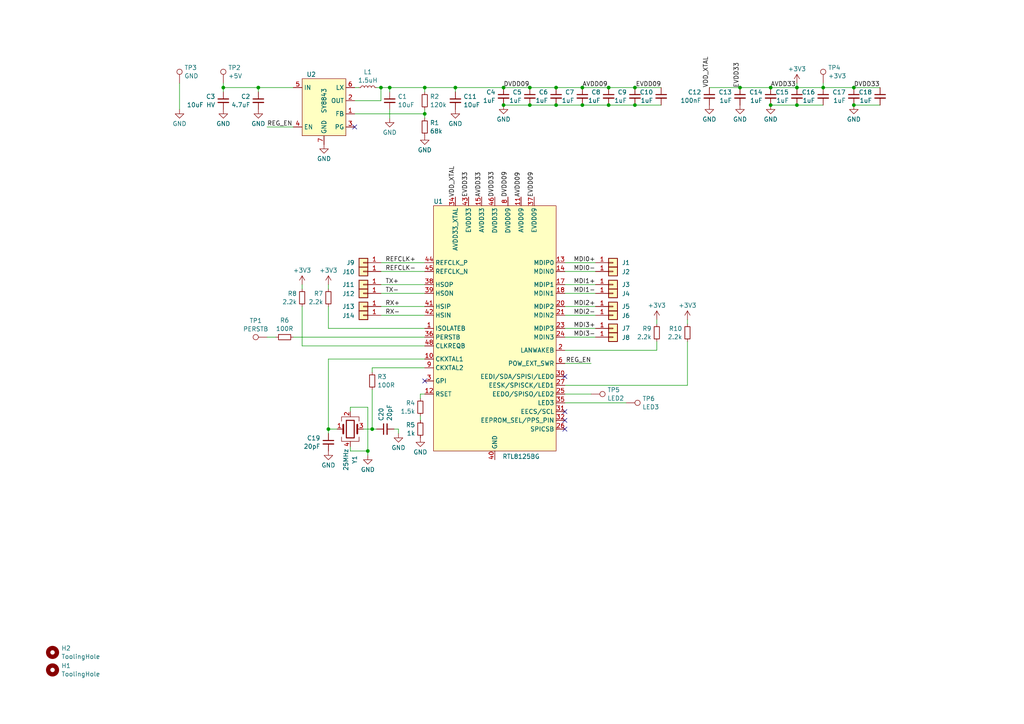
<source format=kicad_sch>
(kicad_sch (version 20230121) (generator eeschema)
  (paper "A4")
  (lib_symbols
    (symbol "Connector:TestPoint" (pin_numbers hide) (pin_names (offset 0.762) hide)
      (property "Reference" "TP" (at 0 6.858 0))
      (property "Value" "TestPoint" (at 0 5.08 0))
      (symbol "TestPoint_0_1"
        (circle (center 0 3.302) (radius 0.762))
      )
      (symbol "TestPoint_1_1"
        (pin passive line (at 0 0 90) (length 2.54) (name "1") (number "1"))
      )
    )
    (symbol "Connector_Generic:Conn_01x01" (pin_names (offset 1.016) hide)
      (property "Reference" "J" (at 0 2.54 0))
      (property "Value" "Conn_01x01" (at 0 -2.54 0))
      (symbol "Conn_01x01_1_1"
        (rectangle (start -1.27 0.127) (end 0 -0.127) (stroke (width 0.1524)))
        (rectangle (start -1.27 1.27) (end 1.27 -1.27) (stroke (width 0.254)) (fill (type background)))
        (pin passive line (at -5.08 0 0) (length 3.81) (name "Pin_1") (number "1"))
      )
    )
    (symbol "Device:C_Small" (pin_numbers hide) (pin_names (offset 0.254) hide)
      (property "Reference" "C" (at 0.254 1.778 0))
      (property "Value" "C_Small" (at 0.254 -2.032 0))
      (symbol "C_Small_0_1"
        (polyline (pts (xy -1.524 -0.508) (xy 1.524 -0.508)) (stroke (width 0.3302)))
        (polyline (pts (xy -1.524 0.508) (xy 1.524 0.508)) (stroke (width 0.3048)))
      )
      (symbol "C_Small_1_1"
        (pin passive line (at 0 2.54 270) (length 2.032) (name "~") (number "1"))
        (pin passive line (at 0 -2.54 90) (length 2.032) (name "~") (number "2"))
      )
    )
    (symbol "Device:Crystal_GND24" (pin_names (offset 1.016) hide)
      (property "Reference" "Y" (at 3.175 5.08 0))
      (property "Value" "Crystal_GND24" (at 3.175 3.175 0))
      (symbol "Crystal_GND24_0_1"
        (rectangle (start -1.143 2.54) (end 1.143 -2.54) (stroke (width 0.3048)))
        (polyline (pts (xy -2.54 0) (xy -2.032 0)))
        (polyline (pts (xy -2.032 -1.27) (xy -2.032 1.27)) (stroke (width 0.508)))
        (polyline (pts (xy 0 -3.81) (xy 0 -3.556)))
        (polyline (pts (xy 0 3.556) (xy 0 3.81)))
        (polyline (pts (xy 2.032 -1.27) (xy 2.032 1.27)) (stroke (width 0.508)))
        (polyline (pts (xy 2.032 0) (xy 2.54 0)))
        (polyline (pts (xy -2.54 -2.286) (xy -2.54 -3.556) (xy 2.54 -3.556) (xy 2.54 -2.286)))
        (polyline (pts (xy -2.54 2.286) (xy -2.54 3.556) (xy 2.54 3.556) (xy 2.54 2.286)))
      )
      (symbol "Crystal_GND24_1_1"
        (pin passive line (at -3.81 0 0) (length 1.27) (name "1") (number "1"))
        (pin passive line (at 0 5.08 270) (length 1.27) (name "2") (number "2"))
        (pin passive line (at 3.81 0 180) (length 1.27) (name "3") (number "3"))
        (pin passive line (at 0 -5.08 90) (length 1.27) (name "4") (number "4"))
      )
    )
    (symbol "Device:L_Small" (pin_numbers hide) (pin_names (offset 0.254) hide)
      (property "Reference" "L" (at 0.762 1.016 0))
      (property "Value" "L_Small" (at 0.762 -1.016 0))
      (symbol "L_Small_0_1"
        (arc (start 0 -2.032) (mid 0.5058 -1.524) (end 0 -1.016))
        (arc (start 0 -1.016) (mid 0.5058 -0.508) (end 0 0))
        (arc (start 0 0) (mid 0.5058 0.508) (end 0 1.016))
        (arc (start 0 1.016) (mid 0.5058 1.524) (end 0 2.032))
      )
      (symbol "L_Small_1_1"
        (pin passive line (at 0 2.54 270) (length 0.508) (name "~") (number "1"))
        (pin passive line (at 0 -2.54 90) (length 0.508) (name "~") (number "2"))
      )
    )
    (symbol "Device:R_Small" (pin_numbers hide) (pin_names (offset 0.254) hide)
      (property "Reference" "R" (at 0.762 0.508 0))
      (property "Value" "R_Small" (at 0.762 -1.016 0))
      (symbol "R_Small_0_1"
        (rectangle (start -0.762 1.778) (end 0.762 -1.778) (stroke (width 0.2032)))
      )
      (symbol "R_Small_1_1"
        (pin passive line (at 0 2.54 270) (length 0.762) (name "~") (number "1"))
        (pin passive line (at 0 -2.54 90) (length 0.762) (name "~") (number "2"))
      )
    )
    (symbol "Interface_Ethernet_Realtek:RTL8125BG"
      (property "Reference" "U" (at -17.78 36.83 0))
      (property "Value" "RTL8125BG" (at 41.91 50.8 0))
      (symbol "RTL8125BG_0_0"
        (pin input line (at -20.32 0 0) (length 2.54) (name "ISOLATEB") (number "1"))
        (pin input line (at -20.32 -8.89 0) (length 2.54) (name "CKXTAL1") (number "10"))
        (pin power_in line (at 7.62 38.1 270) (length 2.54) (name "AVDD09") (number "11"))
        (pin input line (at -20.32 -19.05 0) (length 2.54) (name "RSET") (number "12"))
        (pin bidirectional line (at 20.32 19.05 180) (length 2.54) (name "MDIP0") (number "13"))
        (pin bidirectional line (at 20.32 16.51 180) (length 2.54) (name "MDIN0") (number "14"))
        (pin power_in line (at -3.81 38.1 270) (length 2.54) (name "AVDD33") (number "15"))
        (pin bidirectional line (at 20.32 12.7 180) (length 2.54) (name "MDIP1") (number "17"))
        (pin bidirectional line (at 20.32 10.16 180) (length 2.54) (name "MDIN1") (number "18"))
        (pin open_collector line (at 20.32 -6.35 180) (length 2.54) (name "LANWAKEB") (number "2"))
        (pin bidirectional line (at 20.32 6.35 180) (length 2.54) (name "MDIP2") (number "20"))
        (pin bidirectional line (at 20.32 3.81 180) (length 2.54) (name "MDIN2") (number "21"))
        (pin bidirectional line (at 20.32 0 180) (length 2.54) (name "MDIP3") (number "23"))
        (pin bidirectional line (at 20.32 -2.54 180) (length 2.54) (name "MDIN3") (number "24"))
        (pin bidirectional line (at 20.32 -19.05 180) (length 2.54) (name "EEDO/SPISO/LED2") (number "25"))
        (pin output line (at 20.32 -29.21 180) (length 2.54) (name "SPICSB") (number "26"))
        (pin bidirectional line (at 20.32 -16.51 180) (length 2.54) (name "EESK/SPISCK/LED1") (number "27"))
        (pin bidirectional line (at -20.32 -15.24 0) (length 2.54) (name "GPI") (number "3"))
        (pin bidirectional line (at 20.32 -13.97 180) (length 2.54) (name "EEDI/SDA/SPISI/LED0") (number "30"))
        (pin output line (at 20.32 -24.13 180) (length 2.54) (name "EECS/SCL") (number "31"))
        (pin input line (at 20.32 -26.67 180) (length 2.54) (name "EEPROM_SEL/PPS_PIN") (number "32"))
        (pin power_in line (at -11.43 38.1 270) (length 2.54) (name "AVDD33_XTAL") (number "34"))
        (pin output line (at 20.32 -21.59 180) (length 2.54) (name "LED3") (number "35"))
        (pin input line (at -20.32 -2.54 0) (length 2.54) (name "PERSTB") (number "36"))
        (pin power_in line (at 11.43 38.1 270) (length 2.54) (name "EVDD09") (number "37"))
        (pin output line (at -20.32 12.7 0) (length 2.54) (name "HSOP") (number "38"))
        (pin output line (at -20.32 10.16 0) (length 2.54) (name "HSON") (number "39"))
        (pin power_in line (at 0 -38.1 90) (length 2.54) (name "GND") (number "40"))
        (pin input line (at -20.32 6.35 0) (length 2.54) (name "HSIP") (number "41"))
        (pin input line (at -20.32 3.81 0) (length 2.54) (name "HSIN") (number "42"))
        (pin power_in line (at -7.62 38.1 270) (length 2.54) (name "EVDD33") (number "43"))
        (pin input line (at -20.32 16.51 0) (length 2.54) (name "REFCLK_N") (number "45"))
        (pin power_in line (at 0 38.1 270) (length 2.54) (name "DVDD33") (number "46"))
        (pin open_collector line (at -20.32 -5.08 0) (length 2.54) (name "CLKREQB") (number "48"))
        (pin output line (at 20.32 -10.16 180) (length 2.54) (name "POW_EXT_SWR") (number "6"))
        (pin power_in line (at 3.81 38.1 270) (length 2.54) (name "DVDD09") (number "8"))
        (pin output line (at -20.32 -11.43 0) (length 2.54) (name "CKXTAL2") (number "9"))
      )
      (symbol "RTL8125BG_1_0"
        (pin power_in line (at 7.62 38.1 270) (length 2.54) hide (name "AVDD09") (number "16"))
        (pin power_in line (at -3.81 38.1 270) (length 2.54) hide (name "AVDD33") (number "19"))
        (pin power_in line (at 7.62 38.1 270) (length 2.54) hide (name "AVDD09") (number "22"))
        (pin power_in line (at 3.81 38.1 270) (length 2.54) hide (name "DVDD09") (number "28"))
        (pin power_in line (at 0 38.1 270) (length 2.54) hide (name "DVDD33") (number "29"))
        (pin power_in line (at -3.81 38.1 270) (length 2.54) hide (name "AVDD33") (number "33"))
        (pin no_connect line (at -20.32 -26.67 0) (length 2.54) hide (name "VDDREG") (number "4"))
        (pin input line (at -20.32 19.05 0) (length 2.54) (name "REFCLK_P") (number "44"))
        (pin power_in line (at 3.81 38.1 270) (length 2.54) hide (name "DVDD09") (number "47"))
        (pin power_in line (at 0 -38.1 90) (length 2.54) hide (name "GND") (number "49"))
        (pin no_connect line (at -20.32 -29.21 0) (length 2.54) hide (name "VDDREG") (number "5"))
        (pin no_connect line (at -20.32 -24.13 0) (length 2.54) hide (name "REG_OUT") (number "7"))
      )
      (symbol "RTL8125BG_1_1"
        (rectangle (start -17.78 35.56) (end 17.78 -35.56) (fill (type background)))
      )
    )
    (symbol "Mechanical:MountingHole" (pin_names (offset 1.016))
      (property "Reference" "H" (at 0 5.08 0))
      (property "Value" "MountingHole" (at 0 3.175 0))
      (symbol "MountingHole_0_1"
        (circle (center 0 0) (radius 1.27) (stroke (width 1.27)))
      )
    )
    (symbol "Regulator_Switching_Silergy:SY8843QWC"
      (property "Reference" "U" (at -5.08 -3.81 0))
      (property "Value" "SY8843" (at 0 -11.43 90))
      (symbol "SY8843QWC_0_0"
        (pin input line (at 8.89 -15.24 180) (length 2.54) (name "FB") (number "1"))
        (pin input line (at 8.89 -11.43 180) (length 2.54) (name "OUT") (number "2"))
        (pin open_collector line (at 8.89 -19.05 180) (length 2.54) (name "PG") (number "3"))
        (pin input line (at -8.89 -19.05 0) (length 2.54) (name "EN") (number "4"))
        (pin power_in line (at -8.89 -7.62 0) (length 2.54) (name "IN") (number "5"))
        (pin output line (at 8.89 -7.62 180) (length 2.54) (name "LX") (number "6"))
        (pin power_in line (at 0 -24.13 90) (length 2.54) (name "GND") (number "7"))
      )
      (symbol "SY8843QWC_1_1"
        (rectangle (start -6.35 -5.08) (end 6.35 -21.59) (fill (type background)))
      )
    )
    (symbol "power:+3V3" (power) (pin_names (offset 0))
      (property "Value" "+3V3" (at 0 3.556 0))
      (symbol "+3V3_0_1"
        (polyline (pts (xy -0.762 1.27) (xy 0 2.54)))
        (polyline (pts (xy 0 0) (xy 0 2.54)))
        (polyline (pts (xy 0 2.54) (xy 0.762 1.27)))
      )
      (symbol "+3V3_1_1"
        (pin power_in line (at 0 0 90) (length 0) hide (name "+3V3") (number "1"))
      )
    )
    (symbol "power:GND" (power) (pin_names (offset 0))
      (property "Value" "GND" (at 0 -3.81 0))
      (symbol "GND_0_1"
        (polyline (pts (xy 0 0) (xy 0 -1.27) (xy 1.27 -1.27) (xy 0 -2.54) (xy -1.27 -1.27) (xy 0 -1.27)))
      )
      (symbol "GND_1_1"
        (pin power_in line (at 0 0 270) (length 0) hide (name "GND") (number "1"))
      )
    )
  )
  (junction (at 223.52 30.48))
  (junction (at 184.15 30.48))
  (junction (at 214.63 25.4))
  (junction (at 74.93 25.4))
  (junction (at 247.65 25.4))
  (junction (at 161.29 30.48))
  (junction (at 168.91 30.48))
  (junction (at 153.67 30.48))
  (junction (at 123.19 25.4))
  (junction (at 168.91 25.4))
  (junction (at 176.53 25.4))
  (junction (at 223.52 25.4))
  (junction (at 153.67 25.4))
  (junction (at 95.25 124.46))
  (junction (at 113.03 25.4))
  (junction (at 123.19 33.02))
  (junction (at 106.68 130.81))
  (junction (at 107.95 124.46))
  (junction (at 184.15 25.4))
  (junction (at 247.65 30.48))
  (junction (at 231.14 25.4))
  (junction (at 231.14 30.48))
  (junction (at 161.29 25.4))
  (junction (at 176.53 30.48))
  (junction (at 110.49 25.4))
  (junction (at 146.05 30.48))
  (junction (at 238.76 25.4))
  (junction (at 64.77 25.4))
  (junction (at 132.08 25.4))
  (junction (at 146.05 25.4))
  (no_connect (at 163.83 119.38))
  (no_connect (at 163.83 121.92))
  (no_connect (at 163.83 109.22))
  (no_connect (at 102.87 36.83))
  (no_connect (at 163.83 124.46))
  (no_connect (at 123.19 110.49))
  (wire (pts (xy 190.5 99.06) (xy 190.5 101.6)))
  (wire (pts (xy 123.19 106.68) (xy 107.95 106.68)))
  (wire (pts (xy 87.63 82.55) (xy 87.63 83.82)))
  (wire (pts (xy 168.91 30.48) (xy 176.53 30.48)))
  (wire (pts (xy 113.03 25.4) (xy 123.19 25.4)))
  (wire (pts (xy 123.19 25.4) (xy 123.19 26.67)))
  (wire (pts (xy 106.68 130.81) (xy 101.6 130.81)))
  (wire (pts (xy 223.52 25.4) (xy 231.14 25.4)))
  (wire (pts (xy 163.83 91.44) (xy 172.72 91.44)))
  (wire (pts (xy 214.63 25.4) (xy 223.52 25.4)))
  (wire (pts (xy 176.53 25.4) (xy 184.15 25.4)))
  (wire (pts (xy 205.74 25.4) (xy 214.63 25.4)))
  (wire (pts (xy 247.65 25.4) (xy 255.27 25.4)))
  (wire (pts (xy 87.63 100.33) (xy 87.63 88.9)))
  (wire (pts (xy 163.83 78.74) (xy 172.72 78.74)))
  (wire (pts (xy 161.29 30.48) (xy 168.91 30.48)))
  (wire (pts (xy 52.07 24.13) (xy 52.07 31.75)))
  (wire (pts (xy 101.6 119.38) (xy 101.6 118.11)))
  (wire (pts (xy 163.83 76.2) (xy 172.72 76.2)))
  (wire (pts (xy 123.19 100.33) (xy 87.63 100.33)))
  (wire (pts (xy 110.49 88.9) (xy 123.19 88.9)))
  (wire (pts (xy 238.76 25.4) (xy 247.65 25.4)))
  (wire (pts (xy 121.92 120.65) (xy 121.92 121.92)))
  (wire (pts (xy 161.29 25.4) (xy 168.91 25.4)))
  (wire (pts (xy 123.19 31.75) (xy 123.19 33.02)))
  (wire (pts (xy 110.49 25.4) (xy 113.03 25.4)))
  (wire (pts (xy 190.5 101.6) (xy 163.83 101.6)))
  (wire (pts (xy 199.39 99.06) (xy 199.39 111.76)))
  (wire (pts (xy 107.95 106.68) (xy 107.95 107.95)))
  (wire (pts (xy 184.15 30.48) (xy 191.77 30.48)))
  (wire (pts (xy 77.47 97.79) (xy 80.01 97.79)))
  (wire (pts (xy 163.83 97.79) (xy 172.72 97.79)))
  (wire (pts (xy 238.76 24.13) (xy 238.76 25.4)))
  (wire (pts (xy 247.65 30.48) (xy 255.27 30.48)))
  (wire (pts (xy 146.05 25.4) (xy 153.67 25.4)))
  (wire (pts (xy 102.87 29.21) (xy 110.49 29.21)))
  (wire (pts (xy 107.95 113.03) (xy 107.95 124.46)))
  (wire (pts (xy 176.53 30.48) (xy 184.15 30.48)))
  (wire (pts (xy 77.47 36.83) (xy 85.09 36.83)))
  (wire (pts (xy 110.49 29.21) (xy 110.49 25.4)))
  (wire (pts (xy 223.52 30.48) (xy 231.14 30.48)))
  (wire (pts (xy 163.83 116.84) (xy 181.61 116.84)))
  (wire (pts (xy 123.19 104.14) (xy 95.25 104.14)))
  (wire (pts (xy 113.03 25.4) (xy 113.03 26.67)))
  (wire (pts (xy 95.25 88.9) (xy 95.25 95.25)))
  (wire (pts (xy 101.6 130.81) (xy 101.6 129.54)))
  (wire (pts (xy 110.49 78.74) (xy 123.19 78.74)))
  (wire (pts (xy 106.68 118.11) (xy 106.68 130.81)))
  (wire (pts (xy 163.83 114.3) (xy 171.45 114.3)))
  (wire (pts (xy 132.08 25.4) (xy 146.05 25.4)))
  (wire (pts (xy 163.83 88.9) (xy 172.72 88.9)))
  (wire (pts (xy 64.77 24.13) (xy 64.77 25.4)))
  (wire (pts (xy 85.09 97.79) (xy 123.19 97.79)))
  (wire (pts (xy 95.25 104.14) (xy 95.25 124.46)))
  (wire (pts (xy 168.91 25.4) (xy 176.53 25.4)))
  (wire (pts (xy 95.25 124.46) (xy 95.25 125.73)))
  (wire (pts (xy 163.83 85.09) (xy 172.72 85.09)))
  (wire (pts (xy 132.08 26.67) (xy 132.08 25.4)))
  (wire (pts (xy 95.25 82.55) (xy 95.25 83.82)))
  (wire (pts (xy 85.09 25.4) (xy 74.93 25.4)))
  (wire (pts (xy 199.39 92.71) (xy 199.39 93.98)))
  (wire (pts (xy 95.25 124.46) (xy 97.79 124.46)))
  (wire (pts (xy 113.03 31.75) (xy 113.03 34.29)))
  (wire (pts (xy 231.14 30.48) (xy 238.76 30.48)))
  (wire (pts (xy 95.25 95.25) (xy 123.19 95.25)))
  (wire (pts (xy 163.83 105.41) (xy 171.45 105.41)))
  (wire (pts (xy 231.14 24.13) (xy 231.14 25.4)))
  (wire (pts (xy 106.68 130.81) (xy 106.68 132.08)))
  (wire (pts (xy 123.19 114.3) (xy 121.92 114.3)))
  (wire (pts (xy 102.87 25.4) (xy 104.14 25.4)))
  (wire (pts (xy 102.87 33.02) (xy 123.19 33.02)))
  (wire (pts (xy 110.49 76.2) (xy 123.19 76.2)))
  (wire (pts (xy 153.67 25.4) (xy 161.29 25.4)))
  (wire (pts (xy 115.57 125.73) (xy 115.57 124.46)))
  (wire (pts (xy 123.19 33.02) (xy 123.19 34.29)))
  (wire (pts (xy 101.6 118.11) (xy 106.68 118.11)))
  (wire (pts (xy 64.77 26.67) (xy 64.77 25.4)))
  (wire (pts (xy 163.83 95.25) (xy 172.72 95.25)))
  (wire (pts (xy 74.93 25.4) (xy 74.93 26.67)))
  (wire (pts (xy 109.22 25.4) (xy 110.49 25.4)))
  (wire (pts (xy 132.08 25.4) (xy 123.19 25.4)))
  (wire (pts (xy 184.15 25.4) (xy 191.77 25.4)))
  (wire (pts (xy 107.95 124.46) (xy 109.22 124.46)))
  (wire (pts (xy 121.92 114.3) (xy 121.92 115.57)))
  (wire (pts (xy 110.49 85.09) (xy 123.19 85.09)))
  (wire (pts (xy 64.77 25.4) (xy 74.93 25.4)))
  (wire (pts (xy 115.57 124.46) (xy 114.3 124.46)))
  (wire (pts (xy 190.5 92.71) (xy 190.5 93.98)))
  (wire (pts (xy 231.14 25.4) (xy 238.76 25.4)))
  (wire (pts (xy 146.05 30.48) (xy 153.67 30.48)))
  (wire (pts (xy 163.83 111.76) (xy 199.39 111.76)))
  (wire (pts (xy 107.95 124.46) (xy 105.41 124.46)))
  (wire (pts (xy 153.67 30.48) (xy 161.29 30.48)))
  (wire (pts (xy 110.49 82.55) (xy 123.19 82.55)))
  (wire (pts (xy 110.49 91.44) (xy 123.19 91.44)))
  (wire (pts (xy 163.83 82.55) (xy 172.72 82.55)))
  (label "REFCLK-" (at 111.76 78.74 0))
  (label "RX+" (at 111.76 88.9 0))
  (label "REG_EN" (at 77.47 36.83 0))
  (label "EVDD09" (at 154.94 57.15 90))
  (label "MDI1+" (at 166.37 82.55 0))
  (label "DVDD09" (at 146.05 25.4 0))
  (label "EVDD33" (at 214.63 25.4 90))
  (label "VDD_XTAL" (at 205.74 25.4 90))
  (label "MDI2+" (at 166.37 88.9 0))
  (label "MDI3+" (at 166.37 95.25 0))
  (label "MDI1-" (at 166.37 85.09 0))
  (label "EVDD33" (at 135.89 57.15 90))
  (label "RX-" (at 111.76 91.44 0))
  (label "MDI0-" (at 166.37 78.74 0))
  (label "AVDD33" (at 223.52 25.4 0))
  (label "TX+" (at 111.76 82.55 0))
  (label "EVDD09" (at 191.77 25.4 180))
  (label "TX-" (at 111.76 85.09 0))
  (label "DVDD09" (at 147.32 57.15 90))
  (label "MDI3-" (at 166.37 97.79 0))
  (label "MDI2-" (at 166.37 91.44 0))
  (label "DVDD33" (at 143.51 57.15 90))
  (label "AVDD33" (at 139.7 57.15 90))
  (label "AVDD09" (at 168.91 25.4 0))
  (label "REFCLK+" (at 111.76 76.2 0))
  (label "VDD_XTAL" (at 132.08 57.15 90))
  (label "MDI0+" (at 166.37 76.2 0))
  (label "REG_EN" (at 171.45 105.41 180))
  (label "DVDD33" (at 247.65 25.4 0))
  (label "AVDD09" (at 151.13 57.15 90))
  (symbol (lib_id "Device:R_Small") (at 107.95 110.49 0) (unit 1)
    (property "Reference" "R3" (at 109.4486 109.2779 0) (effects (justify left)))
    (property "Value" "100R" (at 109.4486 111.7021 0) (effects (justify left)))
    (property "Footprint" "Resistor_SMD:R_0402_1005Metric" (effects hide))
    (property "LCSC" "C25076" (effects hide))
  )
  (symbol (lib_id "Device:C_Small") (at 176.53 27.94 0) (mirror y) (unit 1)
    (property "Reference" "C8" (at 174.2059 26.7342 0) (effects (justify left)))
    (property "Value" "1uF" (at 174.2059 29.1584 0) (effects (justify left)))
    (property "Footprint" "Capacitor_SMD:C_0402_1005Metric" (effects hide))
    (property "LCSC" "C52923" (effects hide))
  )
  (symbol (lib_id "Connector_Generic:Conn_01x01") (at 105.41 91.44 0) (mirror y) (unit 1) (in_bom no)
    (property "Reference" "J14" (at 102.87 91.5558 0) (effects (justify left)))
    (property "Value" "Conn_01x01" (effects hide))
    (property "Footprint" "Signal_Pad:SignalPad" (effects hide))
  )
  (symbol (lib_id "power:GND") (at 113.03 34.29 0) (unit 1)
    (property "Reference" "#PWR02" (effects hide))
    (property "Value" "GND" (at 113.03 38.4231 0))
  )
  (symbol (lib_id "Connector:TestPoint") (at 181.61 116.84 270) (unit 1) (in_bom no)
    (property "Reference" "TP6" (at 186.309 115.6279 90) (effects (justify left)))
    (property "Value" "LED3" (at 186.309 118.0521 90) (effects (justify left)))
    (property "Footprint" "TestPoint:TestPoint_Pad_D1.0mm" (effects hide))
  )
  (symbol (lib_id "Connector_Generic:Conn_01x01") (at 105.41 88.9 0) (mirror y) (unit 1) (in_bom no)
    (property "Reference" "J13" (at 102.87 88.9 0) (effects (justify left)))
    (property "Value" "Conn_01x01" (effects hide))
    (property "Footprint" "Signal_Pad:SignalPad" (effects hide))
  )
  (symbol (lib_id "power:GND") (at 214.63 30.48 0) (unit 1)
    (property "Reference" "#PWR09" (effects hide))
    (property "Value" "GND" (at 214.63 34.6131 0))
  )
  (symbol (lib_id "Device:R_Small") (at 82.55 97.79 90) (unit 1)
    (property "Reference" "R6" (at 82.55 92.9091 90))
    (property "Value" "100R" (at 82.55 95.3333 90))
    (property "Footprint" "Resistor_SMD:R_0402_1005Metric" (effects hide))
    (property "LCSC" "C25076" (effects hide))
  )
  (symbol (lib_id "Connector:TestPoint") (at 238.76 24.13 0) (unit 1) (in_bom no)
    (property "Reference" "TP4" (at 240.157 19.6159 0) (effects (justify left)))
    (property "Value" "+3V3" (at 240.157 22.0401 0) (effects (justify left)))
    (property "Footprint" "TestPoint:TestPoint_Pad_D1.0mm" (effects hide))
  )
  (symbol (lib_id "Connector:TestPoint") (at 52.07 24.13 0) (unit 1) (in_bom no)
    (property "Reference" "TP3" (at 53.467 19.6159 0) (effects (justify left)))
    (property "Value" "GND" (at 53.467 22.0401 0) (effects (justify left)))
    (property "Footprint" "TestPoint:TestPoint_Pad_D1.0mm" (effects hide))
  )
  (symbol (lib_id "Connector:TestPoint") (at 77.47 97.79 90) (unit 1) (in_bom no)
    (property "Reference" "TP1" (at 74.168 93.0107 90))
    (property "Value" "PERSTB" (at 74.168 95.4349 90))
    (property "Footprint" "TestPoint:TestPoint_Pad_D1.0mm" (effects hide))
  )
  (symbol (lib_id "Device:R_Small") (at 95.25 86.36 0) (mirror y) (unit 1)
    (property "Reference" "R7" (at 93.7514 85.1479 0) (effects (justify left)))
    (property "Value" "2.2k" (at 93.7514 87.5721 0) (effects (justify left)))
    (property "Footprint" "Resistor_SMD:R_0402_1005Metric" (effects hide))
    (property "LCSC" "C25879" (effects hide))
  )
  (symbol (lib_id "Device:C_Small") (at 238.76 27.94 0) (mirror y) (unit 1)
    (property "Reference" "C16" (at 236.4359 26.7342 0) (effects (justify left)))
    (property "Value" "1uF" (at 236.4359 29.1584 0) (effects (justify left)))
    (property "Footprint" "Capacitor_SMD:C_0402_1005Metric" (effects hide))
    (property "LCSC" "C52923" (effects hide))
  )
  (symbol (lib_id "Device:C_Small") (at 146.05 27.94 0) (mirror y) (unit 1)
    (property "Reference" "C4" (at 143.7259 26.7342 0) (effects (justify left)))
    (property "Value" "1uF" (at 143.7259 29.1584 0) (effects (justify left)))
    (property "Footprint" "Capacitor_SMD:C_0402_1005Metric" (effects hide))
    (property "LCSC" "C52923" (effects hide))
  )
  (symbol (lib_id "power:GND") (at 205.74 30.48 0) (unit 1)
    (property "Reference" "#PWR08" (effects hide))
    (property "Value" "GND" (at 205.74 34.6131 0))
  )
  (symbol (lib_id "power:+3V3") (at 190.5 92.71 0) (unit 1)
    (property "Reference" "#PWR020" (effects hide))
    (property "Value" "+3V3" (at 190.5 88.5769 0))
  )
  (symbol (lib_id "Device:C_Small") (at 161.29 27.94 0) (mirror y) (unit 1)
    (property "Reference" "C6" (at 158.9659 26.7342 0) (effects (justify left)))
    (property "Value" "1uF" (at 158.9659 29.1584 0) (effects (justify left)))
    (property "Footprint" "Capacitor_SMD:C_0402_1005Metric" (effects hide))
    (property "LCSC" "C52923" (effects hide))
  )
  (symbol (lib_id "Connector_Generic:Conn_01x01") (at 177.8 78.74 0) (unit 1) (in_bom no)
    (property "Reference" "J2" (at 180.34 78.8558 0) (effects (justify left)))
    (property "Value" "Conn_01x01" (effects hide))
    (property "Footprint" "Signal_Pad:SignalPad" (effects hide))
  )
  (symbol (lib_id "Device:C_Small") (at 191.77 27.94 0) (mirror y) (unit 1)
    (property "Reference" "C10" (at 189.4459 26.7342 0) (effects (justify left)))
    (property "Value" "1uF" (at 189.4459 29.1584 0) (effects (justify left)))
    (property "Footprint" "Capacitor_SMD:C_0402_1005Metric" (effects hide))
    (property "LCSC" "C52923" (effects hide))
  )
  (symbol (lib_id "Device:C_Small") (at 95.25 128.27 0) (mirror y) (unit 1)
    (property "Reference" "C19" (at 92.9259 127.0642 0) (effects (justify left)))
    (property "Value" "20pF" (at 92.9259 129.4884 0) (effects (justify left)))
    (property "Footprint" "Capacitor_SMD:C_0402_1005Metric" (effects hide))
    (property "LCSC" "C1554" (effects hide))
  )
  (symbol (lib_id "power:GND") (at 132.08 31.75 0) (unit 1)
    (property "Reference" "#PWR05" (effects hide))
    (property "Value" "GND" (at 132.08 35.8831 0))
  )
  (symbol (lib_id "Interface_Ethernet_Realtek:RTL8125BG") (at 143.51 95.25 0) (unit 1)
    (property "Reference" "U1" (at 125.73 58.42 0) (effects (justify left)))
    (property "Value" "RTL8125BG" (at 145.7041 132.4031 0) (effects (justify left)))
    (property "Footprint" "Package_DFN_QFN:QFN-48-1EP_6x6mm_P0.4mm_EP4.2x4.2mm_ThermalVias" (effects hide))
    (property "Datasheet" "https://datasheet.lcsc.com/lcsc/2205121200_Realtek-Semicon-RTL8125BG-CG_C3013605.pdf" (effects hide))
    (property "LCSC" "C3013605" (effects hide))
  )
  (symbol (lib_id "power:+3V3") (at 87.63 82.55 0) (unit 1)
    (property "Reference" "#PWR019" (effects hide))
    (property "Value" "+3V3" (at 87.63 78.4169 0))
  )
  (symbol (lib_id "Connector:TestPoint") (at 171.45 114.3 270) (unit 1) (in_bom no)
    (property "Reference" "TP5" (at 176.149 113.0879 90) (effects (justify left)))
    (property "Value" "LED2" (at 176.149 115.5121 90) (effects (justify left)))
    (property "Footprint" "TestPoint:TestPoint_Pad_D1.0mm" (effects hide))
  )
  (symbol (lib_id "Connector_Generic:Conn_01x01") (at 105.41 78.74 0) (mirror y) (unit 1) (in_bom no)
    (property "Reference" "J10" (at 102.87 78.8558 0) (effects (justify left)))
    (property "Value" "Conn_01x01" (effects hide))
    (property "Footprint" "Signal_Pad:SignalPad" (effects hide))
  )
  (symbol (lib_id "Connector_Generic:Conn_01x01") (at 105.41 82.55 0) (mirror y) (unit 1) (in_bom no)
    (property "Reference" "J11" (at 102.87 82.55 0) (effects (justify left)))
    (property "Value" "Conn_01x01" (effects hide))
    (property "Footprint" "Signal_Pad:SignalPad" (effects hide))
  )
  (symbol (lib_id "Connector_Generic:Conn_01x01") (at 105.41 85.09 0) (mirror y) (unit 1) (in_bom no)
    (property "Reference" "J12" (at 102.87 85.2058 0) (effects (justify left)))
    (property "Value" "Conn_01x01" (effects hide))
    (property "Footprint" "Signal_Pad:SignalPad" (effects hide))
  )
  (symbol (lib_id "Mechanical:MountingHole") (at 15.24 194.31 0) (unit 1) (in_bom no)
    (property "Reference" "H1" (at 17.78 193.0979 0) (effects (justify left)))
    (property "Value" "ToolingHole" (at 17.78 195.5221 0) (effects (justify left)))
    (property "Footprint" "ToolingHole:ToolingHole_JLCSMT" (effects hide))
  )
  (symbol (lib_id "power:GND") (at 223.52 30.48 0) (unit 1)
    (property "Reference" "#PWR010" (effects hide))
    (property "Value" "GND" (at 223.52 34.6131 0))
  )
  (symbol (lib_id "Connector_Generic:Conn_01x01") (at 177.8 85.09 0) (unit 1) (in_bom no)
    (property "Reference" "J4" (at 180.34 85.2058 0) (effects (justify left)))
    (property "Value" "Conn_01x01" (effects hide))
    (property "Footprint" "Signal_Pad:SignalPad" (effects hide))
  )
  (symbol (lib_id "Device:C_Small") (at 205.74 27.94 0) (mirror y) (unit 1)
    (property "Reference" "C12" (at 203.4159 26.7342 0) (effects (justify left)))
    (property "Value" "100nF" (at 203.4159 29.1584 0) (effects (justify left)))
    (property "Footprint" "Capacitor_SMD:C_0402_1005Metric" (effects hide))
    (property "LCSC" "C1525" (effects hide))
  )
  (symbol (lib_id "power:+3V3") (at 231.14 24.13 0) (unit 1)
    (property "Reference" "#PWR017" (effects hide))
    (property "Value" "+3V3" (at 231.14 19.9969 0))
  )
  (symbol (lib_id "Device:C_Small") (at 168.91 27.94 0) (mirror y) (unit 1)
    (property "Reference" "C7" (at 166.5859 26.7342 0) (effects (justify left)))
    (property "Value" "1uF" (at 166.5859 29.1584 0) (effects (justify left)))
    (property "Footprint" "Capacitor_SMD:C_0402_1005Metric" (effects hide))
    (property "LCSC" "C52923" (effects hide))
  )
  (symbol (lib_id "Device:C_Small") (at 132.08 29.21 0) (unit 1)
    (property "Reference" "C11" (at 134.4041 28.0042 0) (effects (justify left)))
    (property "Value" "10uF" (at 134.4041 30.4284 0) (effects (justify left)))
    (property "Footprint" "Capacitor_SMD:C_0402_1005Metric" (effects hide))
    (property "LCSC" "C15525" (effects hide))
  )
  (symbol (lib_id "Device:R_Small") (at 87.63 86.36 0) (mirror y) (unit 1)
    (property "Reference" "R8" (at 86.1314 85.1479 0) (effects (justify left)))
    (property "Value" "2.2k" (at 86.1314 87.5721 0) (effects (justify left)))
    (property "Footprint" "Resistor_SMD:R_0402_1005Metric" (effects hide))
    (property "LCSC" "C25879" (effects hide))
  )
  (symbol (lib_id "Device:Crystal_GND24") (at 101.6 124.46 0) (unit 1)
    (property "Reference" "Y1" (at 102.87 133.35 90))
    (property "Value" "25MHz" (at 100.33 133.35 90))
    (property "Footprint" "Crystal:Crystal_SMD_2016-4Pin_2.0x1.6mm" (effects hide))
    (property "Datasheet" "https://datasheet.lcsc.com/lcsc/2009230933_Seiko-Epson-Q22FA12800090_C255883.pdf" (effects hide))
    (property "LCSC" "C255883" (effects hide))
  )
  (symbol (lib_id "Device:R_Small") (at 123.19 29.21 0) (unit 1)
    (property "Reference" "R2" (at 124.6886 27.9979 0) (effects (justify left)))
    (property "Value" "120k" (at 124.6886 30.4221 0) (effects (justify left)))
    (property "Footprint" "Resistor_SMD:R_0402_1005Metric" (effects hide))
    (property "LCSC" "C25750" (effects hide))
  )
  (symbol (lib_id "power:+3V3") (at 199.39 92.71 0) (unit 1)
    (property "Reference" "#PWR021" (effects hide))
    (property "Value" "+3V3" (at 199.39 88.5769 0))
  )
  (symbol (lib_id "Device:R_Small") (at 123.19 36.83 0) (unit 1)
    (property "Reference" "R1" (at 124.6886 35.6179 0) (effects (justify left)))
    (property "Value" "68k" (at 124.6886 38.0421 0) (effects (justify left)))
    (property "Footprint" "Resistor_SMD:R_0402_1005Metric" (effects hide))
    (property "LCSC" "C36871" (effects hide))
  )
  (symbol (lib_id "Device:R_Small") (at 121.92 124.46 0) (mirror y) (unit 1)
    (property "Reference" "R5" (at 120.4214 123.2479 0) (effects (justify left)))
    (property "Value" "1k" (at 120.4214 125.6721 0) (effects (justify left)))
    (property "Footprint" "Resistor_SMD:R_0402_1005Metric" (effects hide))
    (property "LCSC" "C11702" (effects hide))
  )
  (symbol (lib_id "Device:C_Small") (at 113.03 29.21 0) (unit 1)
    (property "Reference" "C1" (at 115.3541 28.0042 0) (effects (justify left)))
    (property "Value" "10uF" (at 115.3541 30.4284 0) (effects (justify left)))
    (property "Footprint" "Capacitor_SMD:C_0402_1005Metric" (effects hide))
    (property "LCSC" "C15525" (effects hide))
  )
  (symbol (lib_id "power:GND") (at 123.19 39.37 0) (unit 1)
    (property "Reference" "#PWR01" (effects hide))
    (property "Value" "GND" (at 123.19 43.5031 0))
  )
  (symbol (lib_id "Device:C_Small") (at 74.93 29.21 0) (mirror y) (unit 1)
    (property "Reference" "C2" (at 72.6059 28.0042 0) (effects (justify left)))
    (property "Value" "4.7uF" (at 72.6059 30.4284 0) (effects (justify left)))
    (property "Footprint" "Capacitor_SMD:C_0402_1005Metric" (effects hide))
    (property "LCSC" "C23733" (effects hide))
  )
  (symbol (lib_id "Connector_Generic:Conn_01x01") (at 177.8 88.9 0) (unit 1) (in_bom no)
    (property "Reference" "J5" (at 180.34 88.9 0) (effects (justify left)))
    (property "Value" "Conn_01x01" (effects hide))
    (property "Footprint" "Signal_Pad:SignalPad" (effects hide))
  )
  (symbol (lib_id "Device:L_Small") (at 106.68 25.4 90) (unit 1)
    (property "Reference" "L1" (at 106.68 20.8769 90))
    (property "Value" "1.5uH" (at 106.68 23.3011 90))
    (property "Footprint" "Inductor_SMD:L_0805_2012Metric" (effects hide))
    (property "LCSC" "C334245" (effects hide))
  )
  (symbol (lib_id "Device:C_Small") (at 255.27 27.94 0) (mirror y) (unit 1)
    (property "Reference" "C18" (at 252.9459 26.7342 0) (effects (justify left)))
    (property "Value" "1uF" (at 252.9459 29.1584 0) (effects (justify left)))
    (property "Footprint" "Capacitor_SMD:C_0402_1005Metric" (effects hide))
    (property "LCSC" "C52923" (effects hide))
  )
  (symbol (lib_id "Device:C_Small") (at 247.65 27.94 0) (mirror y) (unit 1)
    (property "Reference" "C17" (at 245.3259 26.7342 0) (effects (justify left)))
    (property "Value" "1uF" (at 245.3259 29.1584 0) (effects (justify left)))
    (property "Footprint" "Capacitor_SMD:C_0402_1005Metric" (effects hide))
    (property "LCSC" "C52923" (effects hide))
  )
  (symbol (lib_id "Device:C_Small") (at 184.15 27.94 0) (mirror y) (unit 1)
    (property "Reference" "C9" (at 181.8259 26.7342 0) (effects (justify left)))
    (property "Value" "1uF" (at 181.8259 29.1584 0) (effects (justify left)))
    (property "Footprint" "Capacitor_SMD:C_0402_1005Metric" (effects hide))
    (property "LCSC" "C52923" (effects hide))
  )
  (symbol (lib_id "Device:C_Small") (at 231.14 27.94 0) (mirror y) (unit 1)
    (property "Reference" "C15" (at 228.8159 26.7342 0) (effects (justify left)))
    (property "Value" "1uF" (at 228.8159 29.1584 0) (effects (justify left)))
    (property "Footprint" "Capacitor_SMD:C_0402_1005Metric" (effects hide))
    (property "LCSC" "C52923" (effects hide))
  )
  (symbol (lib_id "power:+3V3") (at 95.25 82.55 0) (unit 1)
    (property "Reference" "#PWR018" (effects hide))
    (property "Value" "+3V3" (at 95.25 78.4169 0))
  )
  (symbol (lib_id "Connector_Generic:Conn_01x01") (at 105.41 76.2 0) (mirror y) (unit 1) (in_bom no)
    (property "Reference" "J9" (at 102.87 76.2 0) (effects (justify left)))
    (property "Value" "Conn_01x01" (effects hide))
    (property "Footprint" "Signal_Pad:SignalPad" (effects hide))
  )
  (symbol (lib_id "Mechanical:MountingHole") (at 15.24 189.23 0) (unit 1) (in_bom no)
    (property "Reference" "H2" (at 17.78 188.0179 0) (effects (justify left)))
    (property "Value" "ToolingHole" (at 17.78 190.4421 0) (effects (justify left)))
    (property "Footprint" "ToolingHole:ToolingHole_JLCSMT" (effects hide))
  )
  (symbol (lib_id "Device:C_Small") (at 111.76 124.46 90) (unit 1)
    (property "Reference" "C20" (at 110.5542 122.1359 0) (effects (justify left)))
    (property "Value" "20pF" (at 112.9784 122.1359 0) (effects (justify left)))
    (property "Footprint" "Capacitor_SMD:C_0402_1005Metric" (effects hide))
    (property "LCSC" "C1554" (effects hide))
  )
  (symbol (lib_id "Connector:TestPoint") (at 64.77 24.13 0) (unit 1) (in_bom no)
    (property "Reference" "TP2" (at 66.167 19.6159 0) (effects (justify left)))
    (property "Value" "+5V" (at 66.167 22.0401 0) (effects (justify left)))
    (property "Footprint" "TestPoint:TestPoint_Pad_D1.0mm" (effects hide))
  )
  (symbol (lib_id "power:GND") (at 74.93 31.75 0) (unit 1)
    (property "Reference" "#PWR06" (effects hide))
    (property "Value" "GND" (at 74.93 35.8831 0))
  )
  (symbol (lib_id "Device:R_Small") (at 121.92 118.11 0) (mirror y) (unit 1)
    (property "Reference" "R4" (at 120.4214 116.8979 0) (effects (justify left)))
    (property "Value" "1.5k" (at 120.4214 119.3221 0) (effects (justify left)))
    (property "Footprint" "Resistor_SMD:R_0402_1005Metric" (effects hide))
    (property "LCSC" "C25867" (effects hide))
  )
  (symbol (lib_id "power:GND") (at 93.98 41.91 0) (unit 1)
    (property "Reference" "#PWR03" (effects hide))
    (property "Value" "GND" (at 93.98 46.0431 0))
  )
  (symbol (lib_id "Device:C_Small") (at 214.63 27.94 0) (mirror y) (unit 1)
    (property "Reference" "C13" (at 212.3059 26.7342 0) (effects (justify left)))
    (property "Value" "1uF" (at 212.3059 29.1584 0) (effects (justify left)))
    (property "Footprint" "Capacitor_SMD:C_0402_1005Metric" (effects hide))
    (property "LCSC" "C52923" (effects hide))
  )
  (symbol (lib_id "Connector_Generic:Conn_01x01") (at 177.8 76.2 0) (unit 1) (in_bom no)
    (property "Reference" "J1" (at 180.34 76.2 0) (effects (justify left)))
    (property "Value" "Conn_01x01" (effects hide))
    (property "Footprint" "Signal_Pad:SignalPad" (effects hide))
  )
  (symbol (lib_id "power:GND") (at 95.25 130.81 0) (unit 1)
    (property "Reference" "#PWR013" (effects hide))
    (property "Value" "GND" (at 95.25 134.9431 0))
  )
  (symbol (lib_id "power:GND") (at 64.77 31.75 0) (unit 1)
    (property "Reference" "#PWR07" (effects hide))
    (property "Value" "GND" (at 64.77 35.8831 0))
  )
  (symbol (lib_id "power:GND") (at 106.68 132.08 0) (unit 1)
    (property "Reference" "#PWR012" (effects hide))
    (property "Value" "GND" (at 106.68 136.2131 0))
  )
  (symbol (lib_id "power:GND") (at 121.92 127 0) (unit 1)
    (property "Reference" "#PWR015" (effects hide))
    (property "Value" "GND" (at 121.92 131.1331 0))
  )
  (symbol (lib_id "Device:C_Small") (at 223.52 27.94 0) (mirror y) (unit 1)
    (property "Reference" "C14" (at 221.1959 26.7342 0) (effects (justify left)))
    (property "Value" "1uF" (at 221.1959 29.1584 0) (effects (justify left)))
    (property "Footprint" "Capacitor_SMD:C_0402_1005Metric" (effects hide))
    (property "LCSC" "C52923" (effects hide))
  )
  (symbol (lib_id "Device:R_Small") (at 199.39 96.52 0) (mirror y) (unit 1)
    (property "Reference" "R10" (at 197.8914 95.3079 0) (effects (justify left)))
    (property "Value" "2.2k" (at 197.8914 97.7321 0) (effects (justify left)))
    (property "Footprint" "Resistor_SMD:R_0402_1005Metric" (effects hide))
    (property "LCSC" "C25879" (effects hide))
  )
  (symbol (lib_id "Connector_Generic:Conn_01x01") (at 177.8 91.44 0) (unit 1) (in_bom no)
    (property "Reference" "J6" (at 180.34 91.5558 0) (effects (justify left)))
    (property "Value" "Conn_01x01" (effects hide))
    (property "Footprint" "Signal_Pad:SignalPad" (effects hide))
  )
  (symbol (lib_id "Device:R_Small") (at 190.5 96.52 0) (mirror y) (unit 1)
    (property "Reference" "R9" (at 189.0014 95.3079 0) (effects (justify left)))
    (property "Value" "2.2k" (at 189.0014 97.7321 0) (effects (justify left)))
    (property "Footprint" "Resistor_SMD:R_0402_1005Metric" (effects hide))
    (property "LCSC" "C25879" (effects hide))
  )
  (symbol (lib_id "power:GND") (at 115.57 125.73 0) (unit 1)
    (property "Reference" "#PWR014" (effects hide))
    (property "Value" "GND" (at 115.57 129.8631 0))
  )
  (symbol (lib_id "power:GND") (at 52.07 31.75 0) (unit 1)
    (property "Reference" "#PWR016" (effects hide))
    (property "Value" "GND" (at 52.07 35.8831 0))
  )
  (symbol (lib_id "power:GND") (at 146.05 30.48 0) (unit 1)
    (property "Reference" "#PWR04" (effects hide))
    (property "Value" "GND" (at 146.05 34.6131 0))
  )
  (symbol (lib_id "Device:C_Small") (at 64.77 29.21 0) (mirror y) (unit 1)
    (property "Reference" "C3" (at 62.4459 28.0042 0) (effects (justify left)))
    (property "Value" "10uF HV" (at 62.4459 30.4284 0) (effects (justify left)))
    (property "Footprint" "Capacitor_SMD:C_0603_1608Metric" (effects hide))
    (property "LCSC" "C19702" (effects hide))
  )
  (symbol (lib_id "power:GND") (at 247.65 30.48 0) (unit 1)
    (property "Reference" "#PWR011" (effects hide))
    (property "Value" "GND" (at 247.65 34.6131 0))
  )
  (symbol (lib_id "Device:C_Small") (at 153.67 27.94 0) (mirror y) (unit 1)
    (property "Reference" "C5" (at 151.3459 26.7342 0) (effects (justify left)))
    (property "Value" "1uF" (at 151.3459 29.1584 0) (effects (justify left)))
    (property "Footprint" "Capacitor_SMD:C_0402_1005Metric" (effects hide))
    (property "LCSC" "C52923" (effects hide))
  )
  (symbol (lib_id "Connector_Generic:Conn_01x01") (at 177.8 95.25 0) (unit 1) (in_bom no)
    (property "Reference" "J7" (at 180.34 95.25 0) (effects (justify left)))
    (property "Value" "Conn_01x01" (effects hide))
    (property "Footprint" "Signal_Pad:SignalPad" (effects hide))
  )
  (symbol (lib_id "Connector_Generic:Conn_01x01") (at 177.8 97.79 0) (unit 1) (in_bom no)
    (property "Reference" "J8" (at 180.34 97.9058 0) (effects (justify left)))
    (property "Value" "Conn_01x01" (effects hide))
    (property "Footprint" "Signal_Pad:SignalPad" (effects hide))
  )
  (symbol (lib_id "Regulator_Switching_Silergy:SY8843QWC") (at 93.98 17.78 0) (unit 1)
    (property "Reference" "U2" (at 88.9 21.59 0) (effects (justify left)))
    (property "Value" "SY8843" (at 93.98 29.21 90))
    (property "Footprint" "Package_QFN_Silergy:QFN-7_1.5x1.5mm" (effects hide))
    (property "LCSC" "C3151906" (effects hide))
  )
  (symbol (lib_id "Connector_Generic:Conn_01x01") (at 177.8 82.55 0) (unit 1) (in_bom no)
    (property "Reference" "J3" (at 180.34 82.55 0) (effects (justify left)))
    (property "Value" "Conn_01x01" (effects hide))
    (property "Footprint" "Signal_Pad:SignalPad" (effects hide))
  )
)
</source>
